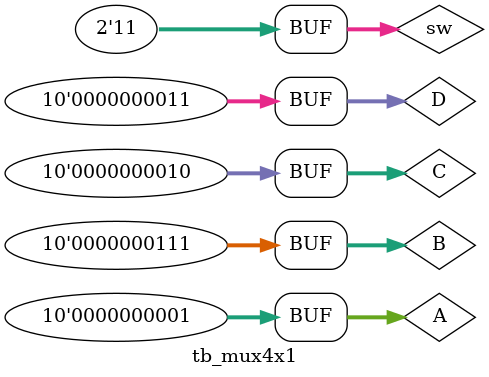
<source format=v>
module mux4x1(
    output reg [9:0] O,
    input wire [9:0] A,B,C,D,
    input wire [1:0] sw
    );
    
   always @(*) begin
    case (sw)
        2'b00: O [9:0] = A[9:0];
        2'b01: O [9:0] = B[9:0];
        2'b10: O [9:0] = C[9:0];
        2'b11: O [9:0] = D[9:0];
        default:O=10'b0;
        endcase
    end
endmodule

module tb_mux4x1 ();
    wire [9:0] O;
    reg [9:0] A, B, C, D; 
    reg [1:0] sw;
    
    mux4x1 SUT(.O(O), .A(A), .B(B), .C(C), .D(D), .sw(sw)); 
    
    parameter PERIOD = 10;
    
    initial begin 
        A = 10'b1;  B = 10'b111; C = 10'b10; D = 10'b11;
        sw = 2'b0; #PERIOD; //select A 
        sw = 2'b1; #PERIOD; //select B 
        sw = 2'b10; #PERIOD; //Select C
        sw = 2'b11; #PERIOD; //Select D
    end
endmodule

</source>
